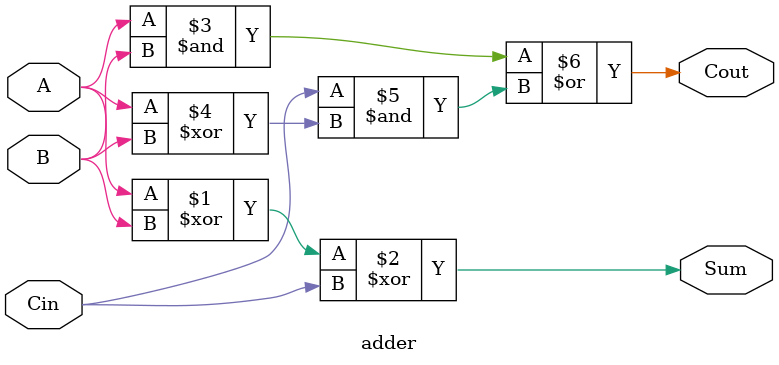
<source format=v>
`timescale 1ns / 1ps


module adder(
input   A, B, Cin,
output  Sum, Cout
);
    
assign Sum = A ^ B ^ Cin;
assign Cout = A & B |  Cin & (A ^ B);

endmodule //adder


</source>
